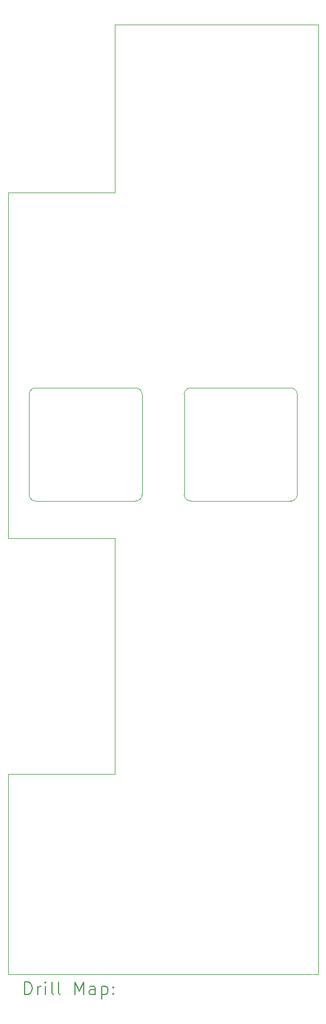
<source format=gbr>
%TF.GenerationSoftware,KiCad,Pcbnew,9.0.0*%
%TF.CreationDate,2025-03-16T11:52:43+01:00*%
%TF.ProjectId,DMH_Transistor_VCA_PCB_Conn,444d485f-5472-4616-9e73-6973746f725f,1*%
%TF.SameCoordinates,Original*%
%TF.FileFunction,Drillmap*%
%TF.FilePolarity,Positive*%
%FSLAX45Y45*%
G04 Gerber Fmt 4.5, Leading zero omitted, Abs format (unit mm)*
G04 Created by KiCad (PCBNEW 9.0.0) date 2025-03-16 11:52:43*
%MOMM*%
%LPD*%
G01*
G04 APERTURE LIST*
%ADD10C,0.100000*%
%ADD11C,0.200000*%
G04 APERTURE END LIST*
D10*
X9900000Y-5300000D02*
X9900000Y-20000000D01*
X6750000Y-7900000D02*
X6750000Y-5300000D01*
X7825000Y-11025000D02*
G75*
G02*
X7925000Y-10925000I100000J0D01*
G01*
X7925000Y-10925000D02*
X9475000Y-10925000D01*
X6750000Y-5300000D02*
X9900000Y-5300000D01*
X5525000Y-10925000D02*
X7075000Y-10925000D01*
X5100000Y-13250000D02*
X6750000Y-13250000D01*
X9575000Y-12575000D02*
G75*
G02*
X9475000Y-12675000I-100000J0D01*
G01*
X6750000Y-13250000D02*
X6750000Y-16900000D01*
X6750000Y-16900000D02*
X5100000Y-16900000D01*
X7175000Y-12575000D02*
G75*
G02*
X7075000Y-12675000I-100000J0D01*
G01*
X7075000Y-12675000D02*
X5525000Y-12675000D01*
X7175000Y-11025000D02*
X7175000Y-12575000D01*
X5425000Y-11025000D02*
G75*
G02*
X5525000Y-10925000I100000J0D01*
G01*
X7925000Y-12675000D02*
G75*
G02*
X7825000Y-12575000I0J100000D01*
G01*
X7075000Y-10925000D02*
G75*
G02*
X7175000Y-11025000I0J-100000D01*
G01*
X5100000Y-7900000D02*
X6750000Y-7900000D01*
X7825000Y-12575000D02*
X7825000Y-11025000D01*
X9900000Y-20000000D02*
X5100000Y-20000000D01*
X5425000Y-12575000D02*
X5425000Y-11025000D01*
X5525000Y-12675000D02*
G75*
G02*
X5425000Y-12575000I0J100000D01*
G01*
X9475000Y-10925000D02*
G75*
G02*
X9575000Y-11025000I0J-100000D01*
G01*
X9575000Y-11025000D02*
X9575000Y-12575000D01*
X5100000Y-13250000D02*
X5100000Y-7900000D01*
X5100000Y-16900000D02*
X5100000Y-20000000D01*
X9475000Y-12675000D02*
X7925000Y-12675000D01*
D11*
X5355777Y-20316484D02*
X5355777Y-20116484D01*
X5355777Y-20116484D02*
X5403396Y-20116484D01*
X5403396Y-20116484D02*
X5431967Y-20126008D01*
X5431967Y-20126008D02*
X5451015Y-20145055D01*
X5451015Y-20145055D02*
X5460539Y-20164103D01*
X5460539Y-20164103D02*
X5470063Y-20202198D01*
X5470063Y-20202198D02*
X5470063Y-20230770D01*
X5470063Y-20230770D02*
X5460539Y-20268865D01*
X5460539Y-20268865D02*
X5451015Y-20287912D01*
X5451015Y-20287912D02*
X5431967Y-20306960D01*
X5431967Y-20306960D02*
X5403396Y-20316484D01*
X5403396Y-20316484D02*
X5355777Y-20316484D01*
X5555777Y-20316484D02*
X5555777Y-20183150D01*
X5555777Y-20221246D02*
X5565301Y-20202198D01*
X5565301Y-20202198D02*
X5574824Y-20192674D01*
X5574824Y-20192674D02*
X5593872Y-20183150D01*
X5593872Y-20183150D02*
X5612920Y-20183150D01*
X5679586Y-20316484D02*
X5679586Y-20183150D01*
X5679586Y-20116484D02*
X5670062Y-20126008D01*
X5670062Y-20126008D02*
X5679586Y-20135531D01*
X5679586Y-20135531D02*
X5689110Y-20126008D01*
X5689110Y-20126008D02*
X5679586Y-20116484D01*
X5679586Y-20116484D02*
X5679586Y-20135531D01*
X5803396Y-20316484D02*
X5784348Y-20306960D01*
X5784348Y-20306960D02*
X5774824Y-20287912D01*
X5774824Y-20287912D02*
X5774824Y-20116484D01*
X5908158Y-20316484D02*
X5889110Y-20306960D01*
X5889110Y-20306960D02*
X5879586Y-20287912D01*
X5879586Y-20287912D02*
X5879586Y-20116484D01*
X6136729Y-20316484D02*
X6136729Y-20116484D01*
X6136729Y-20116484D02*
X6203396Y-20259341D01*
X6203396Y-20259341D02*
X6270062Y-20116484D01*
X6270062Y-20116484D02*
X6270062Y-20316484D01*
X6451015Y-20316484D02*
X6451015Y-20211722D01*
X6451015Y-20211722D02*
X6441491Y-20192674D01*
X6441491Y-20192674D02*
X6422443Y-20183150D01*
X6422443Y-20183150D02*
X6384348Y-20183150D01*
X6384348Y-20183150D02*
X6365301Y-20192674D01*
X6451015Y-20306960D02*
X6431967Y-20316484D01*
X6431967Y-20316484D02*
X6384348Y-20316484D01*
X6384348Y-20316484D02*
X6365301Y-20306960D01*
X6365301Y-20306960D02*
X6355777Y-20287912D01*
X6355777Y-20287912D02*
X6355777Y-20268865D01*
X6355777Y-20268865D02*
X6365301Y-20249817D01*
X6365301Y-20249817D02*
X6384348Y-20240293D01*
X6384348Y-20240293D02*
X6431967Y-20240293D01*
X6431967Y-20240293D02*
X6451015Y-20230770D01*
X6546253Y-20183150D02*
X6546253Y-20383150D01*
X6546253Y-20192674D02*
X6565301Y-20183150D01*
X6565301Y-20183150D02*
X6603396Y-20183150D01*
X6603396Y-20183150D02*
X6622443Y-20192674D01*
X6622443Y-20192674D02*
X6631967Y-20202198D01*
X6631967Y-20202198D02*
X6641491Y-20221246D01*
X6641491Y-20221246D02*
X6641491Y-20278389D01*
X6641491Y-20278389D02*
X6631967Y-20297436D01*
X6631967Y-20297436D02*
X6622443Y-20306960D01*
X6622443Y-20306960D02*
X6603396Y-20316484D01*
X6603396Y-20316484D02*
X6565301Y-20316484D01*
X6565301Y-20316484D02*
X6546253Y-20306960D01*
X6727205Y-20297436D02*
X6736729Y-20306960D01*
X6736729Y-20306960D02*
X6727205Y-20316484D01*
X6727205Y-20316484D02*
X6717682Y-20306960D01*
X6717682Y-20306960D02*
X6727205Y-20297436D01*
X6727205Y-20297436D02*
X6727205Y-20316484D01*
X6727205Y-20192674D02*
X6736729Y-20202198D01*
X6736729Y-20202198D02*
X6727205Y-20211722D01*
X6727205Y-20211722D02*
X6717682Y-20202198D01*
X6717682Y-20202198D02*
X6727205Y-20192674D01*
X6727205Y-20192674D02*
X6727205Y-20211722D01*
M02*

</source>
